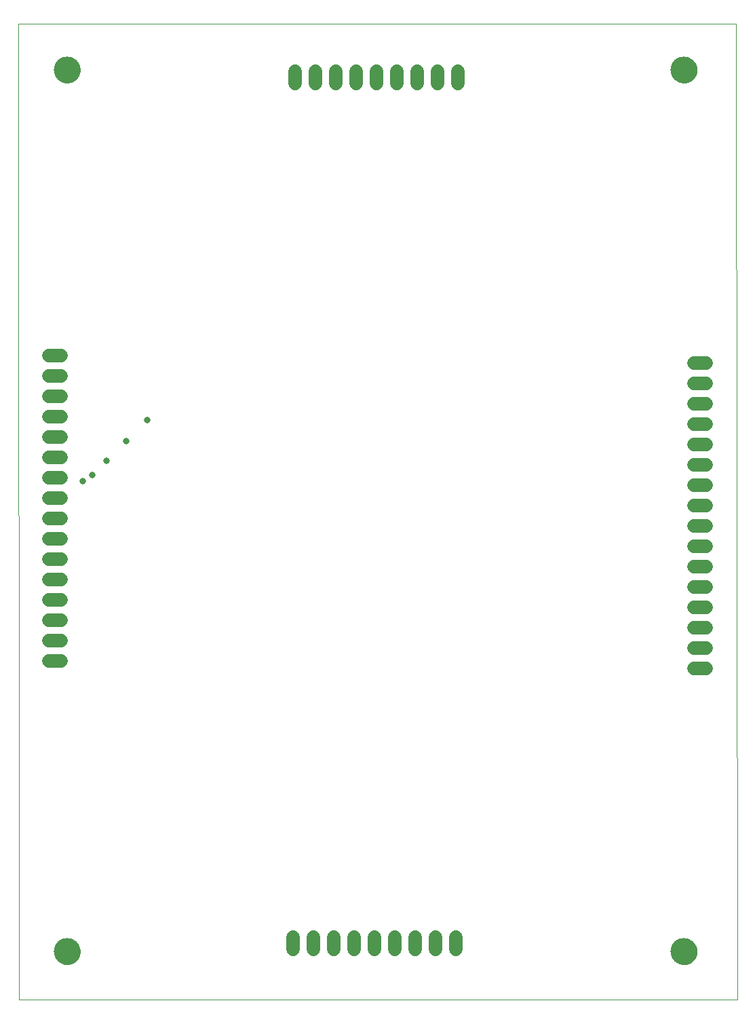
<source format=gts>
From 5851c4758d3301851cf58e0ec3b42c7f93c7ca77 Mon Sep 17 00:00:00 2001
From: William Harrington <kb0iic@berzerkula.org>
Date: Thu, 17 May 2018 20:54:06 -0500
Subject: Populate repository from main eagle directory in user's document
 library.

---
 eagle/Arduino_TLC5940/4in7Segment_Passthrough.GTS | 1136 +++++++++++++++++++++
 1 file changed, 1136 insertions(+)
 create mode 100755 eagle/Arduino_TLC5940/4in7Segment_Passthrough.GTS

(limited to 'eagle/Arduino_TLC5940/4in7Segment_Passthrough.GTS')

diff --git a/eagle/Arduino_TLC5940/4in7Segment_Passthrough.GTS b/eagle/Arduino_TLC5940/4in7Segment_Passthrough.GTS
new file mode 100755
index 0000000..5a5b30a
--- /dev/null
+++ b/eagle/Arduino_TLC5940/4in7Segment_Passthrough.GTS
@@ -0,0 +1,1136 @@
+G75*
+%MOIN*%
+%OFA0B0*%
+%FSLAX25Y25*%
+%IPPOS*%
+%LPD*%
+%AMOC8*
+5,1,8,0,0,1.08239X$1,22.5*
+%
+%ADD10C,0.00000*%
+%ADD11C,0.06500*%
+%ADD12C,0.13098*%
+%ADD13C,0.03200*%
+D10*
+X0001500Y0005137D02*
+X0001000Y0484338D01*
+X0353921Y0484338D01*
+X0354421Y0005137D01*
+X0001500Y0005137D01*
+X0018823Y0028759D02*
+X0018825Y0028917D01*
+X0018831Y0029075D01*
+X0018841Y0029233D01*
+X0018855Y0029391D01*
+X0018873Y0029548D01*
+X0018894Y0029705D01*
+X0018920Y0029861D01*
+X0018950Y0030017D01*
+X0018983Y0030172D01*
+X0019021Y0030325D01*
+X0019062Y0030478D01*
+X0019107Y0030630D01*
+X0019156Y0030781D01*
+X0019209Y0030930D01*
+X0019265Y0031078D01*
+X0019325Y0031224D01*
+X0019389Y0031369D01*
+X0019457Y0031512D01*
+X0019528Y0031654D01*
+X0019602Y0031794D01*
+X0019680Y0031931D01*
+X0019762Y0032067D01*
+X0019846Y0032201D01*
+X0019935Y0032332D01*
+X0020026Y0032461D01*
+X0020121Y0032588D01*
+X0020218Y0032713D01*
+X0020319Y0032835D01*
+X0020423Y0032954D01*
+X0020530Y0033071D01*
+X0020640Y0033185D01*
+X0020753Y0033296D01*
+X0020868Y0033405D01*
+X0020986Y0033510D01*
+X0021107Y0033612D01*
+X0021230Y0033712D01*
+X0021356Y0033808D01*
+X0021484Y0033901D01*
+X0021614Y0033991D01*
+X0021747Y0034077D01*
+X0021882Y0034161D01*
+X0022018Y0034240D01*
+X0022157Y0034317D01*
+X0022298Y0034389D01*
+X0022440Y0034459D01*
+X0022584Y0034524D01*
+X0022730Y0034586D01*
+X0022877Y0034644D01*
+X0023026Y0034699D01*
+X0023176Y0034750D01*
+X0023327Y0034797D01*
+X0023479Y0034840D01*
+X0023632Y0034879D01*
+X0023787Y0034915D01*
+X0023942Y0034946D01*
+X0024098Y0034974D01*
+X0024254Y0034998D01*
+X0024411Y0035018D01*
+X0024569Y0035034D01*
+X0024726Y0035046D01*
+X0024885Y0035054D01*
+X0025043Y0035058D01*
+X0025201Y0035058D01*
+X0025359Y0035054D01*
+X0025518Y0035046D01*
+X0025675Y0035034D01*
+X0025833Y0035018D01*
+X0025990Y0034998D01*
+X0026146Y0034974D01*
+X0026302Y0034946D01*
+X0026457Y0034915D01*
+X0026612Y0034879D01*
+X0026765Y0034840D01*
+X0026917Y0034797D01*
+X0027068Y0034750D01*
+X0027218Y0034699D01*
+X0027367Y0034644D01*
+X0027514Y0034586D01*
+X0027660Y0034524D01*
+X0027804Y0034459D01*
+X0027946Y0034389D01*
+X0028087Y0034317D01*
+X0028226Y0034240D01*
+X0028362Y0034161D01*
+X0028497Y0034077D01*
+X0028630Y0033991D01*
+X0028760Y0033901D01*
+X0028888Y0033808D01*
+X0029014Y0033712D01*
+X0029137Y0033612D01*
+X0029258Y0033510D01*
+X0029376Y0033405D01*
+X0029491Y0033296D01*
+X0029604Y0033185D01*
+X0029714Y0033071D01*
+X0029821Y0032954D01*
+X0029925Y0032835D01*
+X0030026Y0032713D01*
+X0030123Y0032588D01*
+X0030218Y0032461D01*
+X0030309Y0032332D01*
+X0030398Y0032201D01*
+X0030482Y0032067D01*
+X0030564Y0031931D01*
+X0030642Y0031794D01*
+X0030716Y0031654D01*
+X0030787Y0031512D01*
+X0030855Y0031369D01*
+X0030919Y0031224D01*
+X0030979Y0031078D01*
+X0031035Y0030930D01*
+X0031088Y0030781D01*
+X0031137Y0030630D01*
+X0031182Y0030478D01*
+X0031223Y0030325D01*
+X0031261Y0030172D01*
+X0031294Y0030017D01*
+X0031324Y0029861D01*
+X0031350Y0029705D01*
+X0031371Y0029548D01*
+X0031389Y0029391D01*
+X0031403Y0029233D01*
+X0031413Y0029075D01*
+X0031419Y0028917D01*
+X0031421Y0028759D01*
+X0031419Y0028601D01*
+X0031413Y0028443D01*
+X0031403Y0028285D01*
+X0031389Y0028127D01*
+X0031371Y0027970D01*
+X0031350Y0027813D01*
+X0031324Y0027657D01*
+X0031294Y0027501D01*
+X0031261Y0027346D01*
+X0031223Y0027193D01*
+X0031182Y0027040D01*
+X0031137Y0026888D01*
+X0031088Y0026737D01*
+X0031035Y0026588D01*
+X0030979Y0026440D01*
+X0030919Y0026294D01*
+X0030855Y0026149D01*
+X0030787Y0026006D01*
+X0030716Y0025864D01*
+X0030642Y0025724D01*
+X0030564Y0025587D01*
+X0030482Y0025451D01*
+X0030398Y0025317D01*
+X0030309Y0025186D01*
+X0030218Y0025057D01*
+X0030123Y0024930D01*
+X0030026Y0024805D01*
+X0029925Y0024683D01*
+X0029821Y0024564D01*
+X0029714Y0024447D01*
+X0029604Y0024333D01*
+X0029491Y0024222D01*
+X0029376Y0024113D01*
+X0029258Y0024008D01*
+X0029137Y0023906D01*
+X0029014Y0023806D01*
+X0028888Y0023710D01*
+X0028760Y0023617D01*
+X0028630Y0023527D01*
+X0028497Y0023441D01*
+X0028362Y0023357D01*
+X0028226Y0023278D01*
+X0028087Y0023201D01*
+X0027946Y0023129D01*
+X0027804Y0023059D01*
+X0027660Y0022994D01*
+X0027514Y0022932D01*
+X0027367Y0022874D01*
+X0027218Y0022819D01*
+X0027068Y0022768D01*
+X0026917Y0022721D01*
+X0026765Y0022678D01*
+X0026612Y0022639D01*
+X0026457Y0022603D01*
+X0026302Y0022572D01*
+X0026146Y0022544D01*
+X0025990Y0022520D01*
+X0025833Y0022500D01*
+X0025675Y0022484D01*
+X0025518Y0022472D01*
+X0025359Y0022464D01*
+X0025201Y0022460D01*
+X0025043Y0022460D01*
+X0024885Y0022464D01*
+X0024726Y0022472D01*
+X0024569Y0022484D01*
+X0024411Y0022500D01*
+X0024254Y0022520D01*
+X0024098Y0022544D01*
+X0023942Y0022572D01*
+X0023787Y0022603D01*
+X0023632Y0022639D01*
+X0023479Y0022678D01*
+X0023327Y0022721D01*
+X0023176Y0022768D01*
+X0023026Y0022819D01*
+X0022877Y0022874D01*
+X0022730Y0022932D01*
+X0022584Y0022994D01*
+X0022440Y0023059D01*
+X0022298Y0023129D01*
+X0022157Y0023201D01*
+X0022018Y0023278D01*
+X0021882Y0023357D01*
+X0021747Y0023441D01*
+X0021614Y0023527D01*
+X0021484Y0023617D01*
+X0021356Y0023710D01*
+X0021230Y0023806D01*
+X0021107Y0023906D01*
+X0020986Y0024008D01*
+X0020868Y0024113D01*
+X0020753Y0024222D01*
+X0020640Y0024333D01*
+X0020530Y0024447D01*
+X0020423Y0024564D01*
+X0020319Y0024683D01*
+X0020218Y0024805D01*
+X0020121Y0024930D01*
+X0020026Y0025057D01*
+X0019935Y0025186D01*
+X0019846Y0025317D01*
+X0019762Y0025451D01*
+X0019680Y0025587D01*
+X0019602Y0025724D01*
+X0019528Y0025864D01*
+X0019457Y0026006D01*
+X0019389Y0026149D01*
+X0019325Y0026294D01*
+X0019265Y0026440D01*
+X0019209Y0026588D01*
+X0019156Y0026737D01*
+X0019107Y0026888D01*
+X0019062Y0027040D01*
+X0019021Y0027193D01*
+X0018983Y0027346D01*
+X0018950Y0027501D01*
+X0018920Y0027657D01*
+X0018894Y0027813D01*
+X0018873Y0027970D01*
+X0018855Y0028127D01*
+X0018841Y0028285D01*
+X0018831Y0028443D01*
+X0018825Y0028601D01*
+X0018823Y0028759D01*
+X0321973Y0028759D02*
+X0321975Y0028917D01*
+X0321981Y0029075D01*
+X0321991Y0029233D01*
+X0322005Y0029391D01*
+X0322023Y0029548D01*
+X0322044Y0029705D01*
+X0322070Y0029861D01*
+X0322100Y0030017D01*
+X0322133Y0030172D01*
+X0322171Y0030325D01*
+X0322212Y0030478D01*
+X0322257Y0030630D01*
+X0322306Y0030781D01*
+X0322359Y0030930D01*
+X0322415Y0031078D01*
+X0322475Y0031224D01*
+X0322539Y0031369D01*
+X0322607Y0031512D01*
+X0322678Y0031654D01*
+X0322752Y0031794D01*
+X0322830Y0031931D01*
+X0322912Y0032067D01*
+X0322996Y0032201D01*
+X0323085Y0032332D01*
+X0323176Y0032461D01*
+X0323271Y0032588D01*
+X0323368Y0032713D01*
+X0323469Y0032835D01*
+X0323573Y0032954D01*
+X0323680Y0033071D01*
+X0323790Y0033185D01*
+X0323903Y0033296D01*
+X0324018Y0033405D01*
+X0324136Y0033510D01*
+X0324257Y0033612D01*
+X0324380Y0033712D01*
+X0324506Y0033808D01*
+X0324634Y0033901D01*
+X0324764Y0033991D01*
+X0324897Y0034077D01*
+X0325032Y0034161D01*
+X0325168Y0034240D01*
+X0325307Y0034317D01*
+X0325448Y0034389D01*
+X0325590Y0034459D01*
+X0325734Y0034524D01*
+X0325880Y0034586D01*
+X0326027Y0034644D01*
+X0326176Y0034699D01*
+X0326326Y0034750D01*
+X0326477Y0034797D01*
+X0326629Y0034840D01*
+X0326782Y0034879D01*
+X0326937Y0034915D01*
+X0327092Y0034946D01*
+X0327248Y0034974D01*
+X0327404Y0034998D01*
+X0327561Y0035018D01*
+X0327719Y0035034D01*
+X0327876Y0035046D01*
+X0328035Y0035054D01*
+X0328193Y0035058D01*
+X0328351Y0035058D01*
+X0328509Y0035054D01*
+X0328668Y0035046D01*
+X0328825Y0035034D01*
+X0328983Y0035018D01*
+X0329140Y0034998D01*
+X0329296Y0034974D01*
+X0329452Y0034946D01*
+X0329607Y0034915D01*
+X0329762Y0034879D01*
+X0329915Y0034840D01*
+X0330067Y0034797D01*
+X0330218Y0034750D01*
+X0330368Y0034699D01*
+X0330517Y0034644D01*
+X0330664Y0034586D01*
+X0330810Y0034524D01*
+X0330954Y0034459D01*
+X0331096Y0034389D01*
+X0331237Y0034317D01*
+X0331376Y0034240D01*
+X0331512Y0034161D01*
+X0331647Y0034077D01*
+X0331780Y0033991D01*
+X0331910Y0033901D01*
+X0332038Y0033808D01*
+X0332164Y0033712D01*
+X0332287Y0033612D01*
+X0332408Y0033510D01*
+X0332526Y0033405D01*
+X0332641Y0033296D01*
+X0332754Y0033185D01*
+X0332864Y0033071D01*
+X0332971Y0032954D01*
+X0333075Y0032835D01*
+X0333176Y0032713D01*
+X0333273Y0032588D01*
+X0333368Y0032461D01*
+X0333459Y0032332D01*
+X0333548Y0032201D01*
+X0333632Y0032067D01*
+X0333714Y0031931D01*
+X0333792Y0031794D01*
+X0333866Y0031654D01*
+X0333937Y0031512D01*
+X0334005Y0031369D01*
+X0334069Y0031224D01*
+X0334129Y0031078D01*
+X0334185Y0030930D01*
+X0334238Y0030781D01*
+X0334287Y0030630D01*
+X0334332Y0030478D01*
+X0334373Y0030325D01*
+X0334411Y0030172D01*
+X0334444Y0030017D01*
+X0334474Y0029861D01*
+X0334500Y0029705D01*
+X0334521Y0029548D01*
+X0334539Y0029391D01*
+X0334553Y0029233D01*
+X0334563Y0029075D01*
+X0334569Y0028917D01*
+X0334571Y0028759D01*
+X0334569Y0028601D01*
+X0334563Y0028443D01*
+X0334553Y0028285D01*
+X0334539Y0028127D01*
+X0334521Y0027970D01*
+X0334500Y0027813D01*
+X0334474Y0027657D01*
+X0334444Y0027501D01*
+X0334411Y0027346D01*
+X0334373Y0027193D01*
+X0334332Y0027040D01*
+X0334287Y0026888D01*
+X0334238Y0026737D01*
+X0334185Y0026588D01*
+X0334129Y0026440D01*
+X0334069Y0026294D01*
+X0334005Y0026149D01*
+X0333937Y0026006D01*
+X0333866Y0025864D01*
+X0333792Y0025724D01*
+X0333714Y0025587D01*
+X0333632Y0025451D01*
+X0333548Y0025317D01*
+X0333459Y0025186D01*
+X0333368Y0025057D01*
+X0333273Y0024930D01*
+X0333176Y0024805D01*
+X0333075Y0024683D01*
+X0332971Y0024564D01*
+X0332864Y0024447D01*
+X0332754Y0024333D01*
+X0332641Y0024222D01*
+X0332526Y0024113D01*
+X0332408Y0024008D01*
+X0332287Y0023906D01*
+X0332164Y0023806D01*
+X0332038Y0023710D01*
+X0331910Y0023617D01*
+X0331780Y0023527D01*
+X0331647Y0023441D01*
+X0331512Y0023357D01*
+X0331376Y0023278D01*
+X0331237Y0023201D01*
+X0331096Y0023129D01*
+X0330954Y0023059D01*
+X0330810Y0022994D01*
+X0330664Y0022932D01*
+X0330517Y0022874D01*
+X0330368Y0022819D01*
+X0330218Y0022768D01*
+X0330067Y0022721D01*
+X0329915Y0022678D01*
+X0329762Y0022639D01*
+X0329607Y0022603D01*
+X0329452Y0022572D01*
+X0329296Y0022544D01*
+X0329140Y0022520D01*
+X0328983Y0022500D01*
+X0328825Y0022484D01*
+X0328668Y0022472D01*
+X0328509Y0022464D01*
+X0328351Y0022460D01*
+X0328193Y0022460D01*
+X0328035Y0022464D01*
+X0327876Y0022472D01*
+X0327719Y0022484D01*
+X0327561Y0022500D01*
+X0327404Y0022520D01*
+X0327248Y0022544D01*
+X0327092Y0022572D01*
+X0326937Y0022603D01*
+X0326782Y0022639D01*
+X0326629Y0022678D01*
+X0326477Y0022721D01*
+X0326326Y0022768D01*
+X0326176Y0022819D01*
+X0326027Y0022874D01*
+X0325880Y0022932D01*
+X0325734Y0022994D01*
+X0325590Y0023059D01*
+X0325448Y0023129D01*
+X0325307Y0023201D01*
+X0325168Y0023278D01*
+X0325032Y0023357D01*
+X0324897Y0023441D01*
+X0324764Y0023527D01*
+X0324634Y0023617D01*
+X0324506Y0023710D01*
+X0324380Y0023806D01*
+X0324257Y0023906D01*
+X0324136Y0024008D01*
+X0324018Y0024113D01*
+X0323903Y0024222D01*
+X0323790Y0024333D01*
+X0323680Y0024447D01*
+X0323573Y0024564D01*
+X0323469Y0024683D01*
+X0323368Y0024805D01*
+X0323271Y0024930D01*
+X0323176Y0025057D01*
+X0323085Y0025186D01*
+X0322996Y0025317D01*
+X0322912Y0025451D01*
+X0322830Y0025587D01*
+X0322752Y0025724D01*
+X0322678Y0025864D01*
+X0322607Y0026006D01*
+X0322539Y0026149D01*
+X0322475Y0026294D01*
+X0322415Y0026440D01*
+X0322359Y0026588D01*
+X0322306Y0026737D01*
+X0322257Y0026888D01*
+X0322212Y0027040D01*
+X0322171Y0027193D01*
+X0322133Y0027346D01*
+X0322100Y0027501D01*
+X0322070Y0027657D01*
+X0322044Y0027813D01*
+X0322023Y0027970D01*
+X0322005Y0028127D01*
+X0321991Y0028285D01*
+X0321981Y0028443D01*
+X0321975Y0028601D01*
+X0321973Y0028759D01*
+X0321973Y0461830D02*
+X0321975Y0461988D01*
+X0321981Y0462146D01*
+X0321991Y0462304D01*
+X0322005Y0462462D01*
+X0322023Y0462619D01*
+X0322044Y0462776D01*
+X0322070Y0462932D01*
+X0322100Y0463088D01*
+X0322133Y0463243D01*
+X0322171Y0463396D01*
+X0322212Y0463549D01*
+X0322257Y0463701D01*
+X0322306Y0463852D01*
+X0322359Y0464001D01*
+X0322415Y0464149D01*
+X0322475Y0464295D01*
+X0322539Y0464440D01*
+X0322607Y0464583D01*
+X0322678Y0464725D01*
+X0322752Y0464865D01*
+X0322830Y0465002D01*
+X0322912Y0465138D01*
+X0322996Y0465272D01*
+X0323085Y0465403D01*
+X0323176Y0465532D01*
+X0323271Y0465659D01*
+X0323368Y0465784D01*
+X0323469Y0465906D01*
+X0323573Y0466025D01*
+X0323680Y0466142D01*
+X0323790Y0466256D01*
+X0323903Y0466367D01*
+X0324018Y0466476D01*
+X0324136Y0466581D01*
+X0324257Y0466683D01*
+X0324380Y0466783D01*
+X0324506Y0466879D01*
+X0324634Y0466972D01*
+X0324764Y0467062D01*
+X0324897Y0467148D01*
+X0325032Y0467232D01*
+X0325168Y0467311D01*
+X0325307Y0467388D01*
+X0325448Y0467460D01*
+X0325590Y0467530D01*
+X0325734Y0467595D01*
+X0325880Y0467657D01*
+X0326027Y0467715D01*
+X0326176Y0467770D01*
+X0326326Y0467821D01*
+X0326477Y0467868D01*
+X0326629Y0467911D01*
+X0326782Y0467950D01*
+X0326937Y0467986D01*
+X0327092Y0468017D01*
+X0327248Y0468045D01*
+X0327404Y0468069D01*
+X0327561Y0468089D01*
+X0327719Y0468105D01*
+X0327876Y0468117D01*
+X0328035Y0468125D01*
+X0328193Y0468129D01*
+X0328351Y0468129D01*
+X0328509Y0468125D01*
+X0328668Y0468117D01*
+X0328825Y0468105D01*
+X0328983Y0468089D01*
+X0329140Y0468069D01*
+X0329296Y0468045D01*
+X0329452Y0468017D01*
+X0329607Y0467986D01*
+X0329762Y0467950D01*
+X0329915Y0467911D01*
+X0330067Y0467868D01*
+X0330218Y0467821D01*
+X0330368Y0467770D01*
+X0330517Y0467715D01*
+X0330664Y0467657D01*
+X0330810Y0467595D01*
+X0330954Y0467530D01*
+X0331096Y0467460D01*
+X0331237Y0467388D01*
+X0331376Y0467311D01*
+X0331512Y0467232D01*
+X0331647Y0467148D01*
+X0331780Y0467062D01*
+X0331910Y0466972D01*
+X0332038Y0466879D01*
+X0332164Y0466783D01*
+X0332287Y0466683D01*
+X0332408Y0466581D01*
+X0332526Y0466476D01*
+X0332641Y0466367D01*
+X0332754Y0466256D01*
+X0332864Y0466142D01*
+X0332971Y0466025D01*
+X0333075Y0465906D01*
+X0333176Y0465784D01*
+X0333273Y0465659D01*
+X0333368Y0465532D01*
+X0333459Y0465403D01*
+X0333548Y0465272D01*
+X0333632Y0465138D01*
+X0333714Y0465002D01*
+X0333792Y0464865D01*
+X0333866Y0464725D01*
+X0333937Y0464583D01*
+X0334005Y0464440D01*
+X0334069Y0464295D01*
+X0334129Y0464149D01*
+X0334185Y0464001D01*
+X0334238Y0463852D01*
+X0334287Y0463701D01*
+X0334332Y0463549D01*
+X0334373Y0463396D01*
+X0334411Y0463243D01*
+X0334444Y0463088D01*
+X0334474Y0462932D01*
+X0334500Y0462776D01*
+X0334521Y0462619D01*
+X0334539Y0462462D01*
+X0334553Y0462304D01*
+X0334563Y0462146D01*
+X0334569Y0461988D01*
+X0334571Y0461830D01*
+X0334569Y0461672D01*
+X0334563Y0461514D01*
+X0334553Y0461356D01*
+X0334539Y0461198D01*
+X0334521Y0461041D01*
+X0334500Y0460884D01*
+X0334474Y0460728D01*
+X0334444Y0460572D01*
+X0334411Y0460417D01*
+X0334373Y0460264D01*
+X0334332Y0460111D01*
+X0334287Y0459959D01*
+X0334238Y0459808D01*
+X0334185Y0459659D01*
+X0334129Y0459511D01*
+X0334069Y0459365D01*
+X0334005Y0459220D01*
+X0333937Y0459077D01*
+X0333866Y0458935D01*
+X0333792Y0458795D01*
+X0333714Y0458658D01*
+X0333632Y0458522D01*
+X0333548Y0458388D01*
+X0333459Y0458257D01*
+X0333368Y0458128D01*
+X0333273Y0458001D01*
+X0333176Y0457876D01*
+X0333075Y0457754D01*
+X0332971Y0457635D01*
+X0332864Y0457518D01*
+X0332754Y0457404D01*
+X0332641Y0457293D01*
+X0332526Y0457184D01*
+X0332408Y0457079D01*
+X0332287Y0456977D01*
+X0332164Y0456877D01*
+X0332038Y0456781D01*
+X0331910Y0456688D01*
+X0331780Y0456598D01*
+X0331647Y0456512D01*
+X0331512Y0456428D01*
+X0331376Y0456349D01*
+X0331237Y0456272D01*
+X0331096Y0456200D01*
+X0330954Y0456130D01*
+X0330810Y0456065D01*
+X0330664Y0456003D01*
+X0330517Y0455945D01*
+X0330368Y0455890D01*
+X0330218Y0455839D01*
+X0330067Y0455792D01*
+X0329915Y0455749D01*
+X0329762Y0455710D01*
+X0329607Y0455674D01*
+X0329452Y0455643D01*
+X0329296Y0455615D01*
+X0329140Y0455591D01*
+X0328983Y0455571D01*
+X0328825Y0455555D01*
+X0328668Y0455543D01*
+X0328509Y0455535D01*
+X0328351Y0455531D01*
+X0328193Y0455531D01*
+X0328035Y0455535D01*
+X0327876Y0455543D01*
+X0327719Y0455555D01*
+X0327561Y0455571D01*
+X0327404Y0455591D01*
+X0327248Y0455615D01*
+X0327092Y0455643D01*
+X0326937Y0455674D01*
+X0326782Y0455710D01*
+X0326629Y0455749D01*
+X0326477Y0455792D01*
+X0326326Y0455839D01*
+X0326176Y0455890D01*
+X0326027Y0455945D01*
+X0325880Y0456003D01*
+X0325734Y0456065D01*
+X0325590Y0456130D01*
+X0325448Y0456200D01*
+X0325307Y0456272D01*
+X0325168Y0456349D01*
+X0325032Y0456428D01*
+X0324897Y0456512D01*
+X0324764Y0456598D01*
+X0324634Y0456688D01*
+X0324506Y0456781D01*
+X0324380Y0456877D01*
+X0324257Y0456977D01*
+X0324136Y0457079D01*
+X0324018Y0457184D01*
+X0323903Y0457293D01*
+X0323790Y0457404D01*
+X0323680Y0457518D01*
+X0323573Y0457635D01*
+X0323469Y0457754D01*
+X0323368Y0457876D01*
+X0323271Y0458001D01*
+X0323176Y0458128D01*
+X0323085Y0458257D01*
+X0322996Y0458388D01*
+X0322912Y0458522D01*
+X0322830Y0458658D01*
+X0322752Y0458795D01*
+X0322678Y0458935D01*
+X0322607Y0459077D01*
+X0322539Y0459220D01*
+X0322475Y0459365D01*
+X0322415Y0459511D01*
+X0322359Y0459659D01*
+X0322306Y0459808D01*
+X0322257Y0459959D01*
+X0322212Y0460111D01*
+X0322171Y0460264D01*
+X0322133Y0460417D01*
+X0322100Y0460572D01*
+X0322070Y0460728D01*
+X0322044Y0460884D01*
+X0322023Y0461041D01*
+X0322005Y0461198D01*
+X0321991Y0461356D01*
+X0321981Y0461514D01*
+X0321975Y0461672D01*
+X0321973Y0461830D01*
+X0018823Y0461830D02*
+X0018825Y0461988D01*
+X0018831Y0462146D01*
+X0018841Y0462304D01*
+X0018855Y0462462D01*
+X0018873Y0462619D01*
+X0018894Y0462776D01*
+X0018920Y0462932D01*
+X0018950Y0463088D01*
+X0018983Y0463243D01*
+X0019021Y0463396D01*
+X0019062Y0463549D01*
+X0019107Y0463701D01*
+X0019156Y0463852D01*
+X0019209Y0464001D01*
+X0019265Y0464149D01*
+X0019325Y0464295D01*
+X0019389Y0464440D01*
+X0019457Y0464583D01*
+X0019528Y0464725D01*
+X0019602Y0464865D01*
+X0019680Y0465002D01*
+X0019762Y0465138D01*
+X0019846Y0465272D01*
+X0019935Y0465403D01*
+X0020026Y0465532D01*
+X0020121Y0465659D01*
+X0020218Y0465784D01*
+X0020319Y0465906D01*
+X0020423Y0466025D01*
+X0020530Y0466142D01*
+X0020640Y0466256D01*
+X0020753Y0466367D01*
+X0020868Y0466476D01*
+X0020986Y0466581D01*
+X0021107Y0466683D01*
+X0021230Y0466783D01*
+X0021356Y0466879D01*
+X0021484Y0466972D01*
+X0021614Y0467062D01*
+X0021747Y0467148D01*
+X0021882Y0467232D01*
+X0022018Y0467311D01*
+X0022157Y0467388D01*
+X0022298Y0467460D01*
+X0022440Y0467530D01*
+X0022584Y0467595D01*
+X0022730Y0467657D01*
+X0022877Y0467715D01*
+X0023026Y0467770D01*
+X0023176Y0467821D01*
+X0023327Y0467868D01*
+X0023479Y0467911D01*
+X0023632Y0467950D01*
+X0023787Y0467986D01*
+X0023942Y0468017D01*
+X0024098Y0468045D01*
+X0024254Y0468069D01*
+X0024411Y0468089D01*
+X0024569Y0468105D01*
+X0024726Y0468117D01*
+X0024885Y0468125D01*
+X0025043Y0468129D01*
+X0025201Y0468129D01*
+X0025359Y0468125D01*
+X0025518Y0468117D01*
+X0025675Y0468105D01*
+X0025833Y0468089D01*
+X0025990Y0468069D01*
+X0026146Y0468045D01*
+X0026302Y0468017D01*
+X0026457Y0467986D01*
+X0026612Y0467950D01*
+X0026765Y0467911D01*
+X0026917Y0467868D01*
+X0027068Y0467821D01*
+X0027218Y0467770D01*
+X0027367Y0467715D01*
+X0027514Y0467657D01*
+X0027660Y0467595D01*
+X0027804Y0467530D01*
+X0027946Y0467460D01*
+X0028087Y0467388D01*
+X0028226Y0467311D01*
+X0028362Y0467232D01*
+X0028497Y0467148D01*
+X0028630Y0467062D01*
+X0028760Y0466972D01*
+X0028888Y0466879D01*
+X0029014Y0466783D01*
+X0029137Y0466683D01*
+X0029258Y0466581D01*
+X0029376Y0466476D01*
+X0029491Y0466367D01*
+X0029604Y0466256D01*
+X0029714Y0466142D01*
+X0029821Y0466025D01*
+X0029925Y0465906D01*
+X0030026Y0465784D01*
+X0030123Y0465659D01*
+X0030218Y0465532D01*
+X0030309Y0465403D01*
+X0030398Y0465272D01*
+X0030482Y0465138D01*
+X0030564Y0465002D01*
+X0030642Y0464865D01*
+X0030716Y0464725D01*
+X0030787Y0464583D01*
+X0030855Y0464440D01*
+X0030919Y0464295D01*
+X0030979Y0464149D01*
+X0031035Y0464001D01*
+X0031088Y0463852D01*
+X0031137Y0463701D01*
+X0031182Y0463549D01*
+X0031223Y0463396D01*
+X0031261Y0463243D01*
+X0031294Y0463088D01*
+X0031324Y0462932D01*
+X0031350Y0462776D01*
+X0031371Y0462619D01*
+X0031389Y0462462D01*
+X0031403Y0462304D01*
+X0031413Y0462146D01*
+X0031419Y0461988D01*
+X0031421Y0461830D01*
+X0031419Y0461672D01*
+X0031413Y0461514D01*
+X0031403Y0461356D01*
+X0031389Y0461198D01*
+X0031371Y0461041D01*
+X0031350Y0460884D01*
+X0031324Y0460728D01*
+X0031294Y0460572D01*
+X0031261Y0460417D01*
+X0031223Y0460264D01*
+X0031182Y0460111D01*
+X0031137Y0459959D01*
+X0031088Y0459808D01*
+X0031035Y0459659D01*
+X0030979Y0459511D01*
+X0030919Y0459365D01*
+X0030855Y0459220D01*
+X0030787Y0459077D01*
+X0030716Y0458935D01*
+X0030642Y0458795D01*
+X0030564Y0458658D01*
+X0030482Y0458522D01*
+X0030398Y0458388D01*
+X0030309Y0458257D01*
+X0030218Y0458128D01*
+X0030123Y0458001D01*
+X0030026Y0457876D01*
+X0029925Y0457754D01*
+X0029821Y0457635D01*
+X0029714Y0457518D01*
+X0029604Y0457404D01*
+X0029491Y0457293D01*
+X0029376Y0457184D01*
+X0029258Y0457079D01*
+X0029137Y0456977D01*
+X0029014Y0456877D01*
+X0028888Y0456781D01*
+X0028760Y0456688D01*
+X0028630Y0456598D01*
+X0028497Y0456512D01*
+X0028362Y0456428D01*
+X0028226Y0456349D01*
+X0028087Y0456272D01*
+X0027946Y0456200D01*
+X0027804Y0456130D01*
+X0027660Y0456065D01*
+X0027514Y0456003D01*
+X0027367Y0455945D01*
+X0027218Y0455890D01*
+X0027068Y0455839D01*
+X0026917Y0455792D01*
+X0026765Y0455749D01*
+X0026612Y0455710D01*
+X0026457Y0455674D01*
+X0026302Y0455643D01*
+X0026146Y0455615D01*
+X0025990Y0455591D01*
+X0025833Y0455571D01*
+X0025675Y0455555D01*
+X0025518Y0455543D01*
+X0025359Y0455535D01*
+X0025201Y0455531D01*
+X0025043Y0455531D01*
+X0024885Y0455535D01*
+X0024726Y0455543D01*
+X0024569Y0455555D01*
+X0024411Y0455571D01*
+X0024254Y0455591D01*
+X0024098Y0455615D01*
+X0023942Y0455643D01*
+X0023787Y0455674D01*
+X0023632Y0455710D01*
+X0023479Y0455749D01*
+X0023327Y0455792D01*
+X0023176Y0455839D01*
+X0023026Y0455890D01*
+X0022877Y0455945D01*
+X0022730Y0456003D01*
+X0022584Y0456065D01*
+X0022440Y0456130D01*
+X0022298Y0456200D01*
+X0022157Y0456272D01*
+X0022018Y0456349D01*
+X0021882Y0456428D01*
+X0021747Y0456512D01*
+X0021614Y0456598D01*
+X0021484Y0456688D01*
+X0021356Y0456781D01*
+X0021230Y0456877D01*
+X0021107Y0456977D01*
+X0020986Y0457079D01*
+X0020868Y0457184D01*
+X0020753Y0457293D01*
+X0020640Y0457404D01*
+X0020530Y0457518D01*
+X0020423Y0457635D01*
+X0020319Y0457754D01*
+X0020218Y0457876D01*
+X0020121Y0458001D01*
+X0020026Y0458128D01*
+X0019935Y0458257D01*
+X0019846Y0458388D01*
+X0019762Y0458522D01*
+X0019680Y0458658D01*
+X0019602Y0458795D01*
+X0019528Y0458935D01*
+X0019457Y0459077D01*
+X0019389Y0459220D01*
+X0019325Y0459365D01*
+X0019265Y0459511D01*
+X0019209Y0459659D01*
+X0019156Y0459808D01*
+X0019107Y0459959D01*
+X0019062Y0460111D01*
+X0019021Y0460264D01*
+X0018983Y0460417D01*
+X0018950Y0460572D01*
+X0018920Y0460728D01*
+X0018894Y0460884D01*
+X0018873Y0461041D01*
+X0018855Y0461198D01*
+X0018841Y0461356D01*
+X0018831Y0461514D01*
+X0018825Y0461672D01*
+X0018823Y0461830D01*
+D11*
+X0016177Y0321436D02*
+X0022177Y0321436D01*
+X0022177Y0311436D02*
+X0016177Y0311436D01*
+X0016177Y0301436D02*
+X0022177Y0301436D01*
+X0022177Y0291436D02*
+X0016177Y0291436D01*
+X0016177Y0281436D02*
+X0022177Y0281436D01*
+X0022177Y0271436D02*
+X0016177Y0271436D01*
+X0016177Y0261436D02*
+X0022177Y0261436D01*
+X0022177Y0251436D02*
+X0016177Y0251436D01*
+X0016177Y0241436D02*
+X0022177Y0241436D01*
+X0022177Y0231436D02*
+X0016177Y0231436D01*
+X0016177Y0221436D02*
+X0022177Y0221436D01*
+X0022177Y0211436D02*
+X0016177Y0211436D01*
+X0016177Y0201436D02*
+X0022177Y0201436D01*
+X0022177Y0191436D02*
+X0016177Y0191436D01*
+X0016177Y0181436D02*
+X0022177Y0181436D01*
+X0022177Y0171436D02*
+X0016177Y0171436D01*
+X0136303Y0035932D02*
+X0136303Y0029932D01*
+X0146303Y0029932D02*
+X0146303Y0035932D01*
+X0156303Y0035932D02*
+X0156303Y0029932D01*
+X0166303Y0029932D02*
+X0166303Y0035932D01*
+X0176303Y0035932D02*
+X0176303Y0029932D01*
+X0186303Y0029932D02*
+X0186303Y0035932D01*
+X0196303Y0035932D02*
+X0196303Y0029932D01*
+X0206303Y0029932D02*
+X0206303Y0035932D01*
+X0216303Y0035932D02*
+X0216303Y0029932D01*
+X0333303Y0167854D02*
+X0339303Y0167854D01*
+X0339303Y0177854D02*
+X0333303Y0177854D01*
+X0333303Y0187854D02*
+X0339303Y0187854D01*
+X0339303Y0197854D02*
+X0333303Y0197854D01*
+X0333303Y0207854D02*
+X0339303Y0207854D01*
+X0339303Y0217854D02*
+X0333303Y0217854D01*
+X0333303Y0227854D02*
+X0339303Y0227854D01*
+X0339303Y0237854D02*
+X0333303Y0237854D01*
+X0333303Y0247854D02*
+X0339303Y0247854D01*
+X0339303Y0257854D02*
+X0333303Y0257854D01*
+X0333303Y0267854D02*
+X0339303Y0267854D01*
+X0339303Y0277854D02*
+X0333303Y0277854D01*
+X0333303Y0287854D02*
+X0339303Y0287854D01*
+X0339303Y0297854D02*
+X0333303Y0297854D01*
+X0333303Y0307854D02*
+X0339303Y0307854D01*
+X0339303Y0317854D02*
+X0333303Y0317854D01*
+X0217091Y0455247D02*
+X0217091Y0461247D01*
+X0207091Y0461247D02*
+X0207091Y0455247D01*
+X0197091Y0455247D02*
+X0197091Y0461247D01*
+X0187091Y0461247D02*
+X0187091Y0455247D01*
+X0177091Y0455247D02*
+X0177091Y0461247D01*
+X0167091Y0461247D02*
+X0167091Y0455247D01*
+X0157091Y0455247D02*
+X0157091Y0461247D01*
+X0147091Y0461247D02*
+X0147091Y0455247D01*
+X0137091Y0455247D02*
+X0137091Y0461247D01*
+D12*
+X0025122Y0461830D03*
+X0328272Y0461830D03*
+X0328272Y0028759D03*
+X0025122Y0028759D03*
+D13*
+X0032700Y0259837D03*
+X0037500Y0262837D03*
+X0044400Y0269737D03*
+X0054300Y0279637D03*
+X0064500Y0289837D03*
+M02*
-- 
cgit v1.2.3-54-g00ecf


</source>
